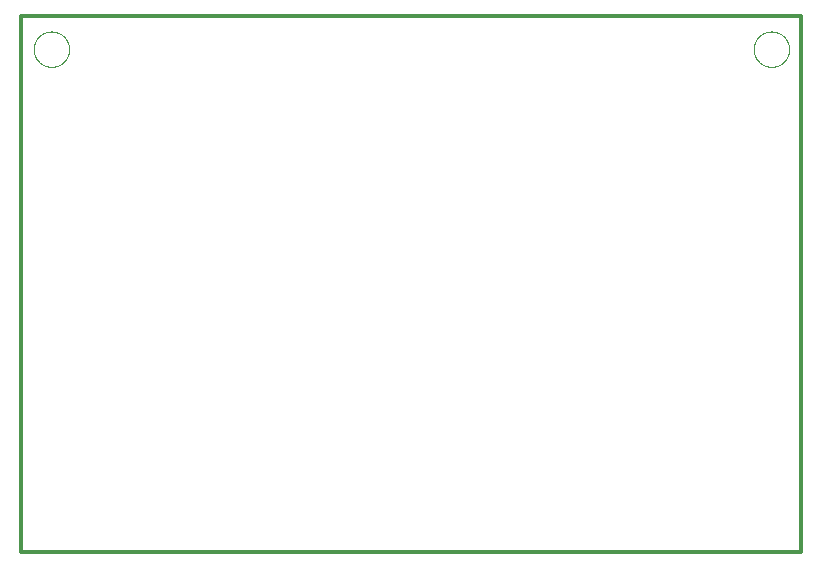
<source format=gko>
G04 EAGLE Gerber RS-274X export*
G75*
%MOMM*%
%FSLAX34Y34*%
%LPD*%
%INMill Layer*%
%IPPOS*%
%AMOC8*
5,1,8,0,0,1.08239X$1,22.5*%
G01*
%ADD10C,0.304800*%
%ADD11C,0.000000*%


D10*
X0Y0D02*
X660200Y0D01*
X660200Y453900D01*
X0Y453900D01*
X0Y0D01*
D11*
X10400Y425450D02*
X10405Y425818D01*
X10418Y426186D01*
X10441Y426553D01*
X10472Y426920D01*
X10513Y427286D01*
X10562Y427651D01*
X10621Y428014D01*
X10688Y428376D01*
X10764Y428737D01*
X10850Y429095D01*
X10943Y429451D01*
X11046Y429804D01*
X11157Y430155D01*
X11277Y430503D01*
X11405Y430848D01*
X11542Y431190D01*
X11687Y431529D01*
X11840Y431863D01*
X12002Y432194D01*
X12171Y432521D01*
X12349Y432843D01*
X12534Y433162D01*
X12727Y433475D01*
X12928Y433784D01*
X13136Y434087D01*
X13352Y434385D01*
X13575Y434678D01*
X13805Y434966D01*
X14042Y435248D01*
X14286Y435523D01*
X14536Y435793D01*
X14793Y436057D01*
X15057Y436314D01*
X15327Y436564D01*
X15602Y436808D01*
X15884Y437045D01*
X16172Y437275D01*
X16465Y437498D01*
X16763Y437714D01*
X17066Y437922D01*
X17375Y438123D01*
X17688Y438316D01*
X18007Y438501D01*
X18329Y438679D01*
X18656Y438848D01*
X18987Y439010D01*
X19321Y439163D01*
X19660Y439308D01*
X20002Y439445D01*
X20347Y439573D01*
X20695Y439693D01*
X21046Y439804D01*
X21399Y439907D01*
X21755Y440000D01*
X22113Y440086D01*
X22474Y440162D01*
X22836Y440229D01*
X23199Y440288D01*
X23564Y440337D01*
X23930Y440378D01*
X24297Y440409D01*
X24664Y440432D01*
X25032Y440445D01*
X25400Y440450D01*
X25768Y440445D01*
X26136Y440432D01*
X26503Y440409D01*
X26870Y440378D01*
X27236Y440337D01*
X27601Y440288D01*
X27964Y440229D01*
X28326Y440162D01*
X28687Y440086D01*
X29045Y440000D01*
X29401Y439907D01*
X29754Y439804D01*
X30105Y439693D01*
X30453Y439573D01*
X30798Y439445D01*
X31140Y439308D01*
X31479Y439163D01*
X31813Y439010D01*
X32144Y438848D01*
X32471Y438679D01*
X32793Y438501D01*
X33112Y438316D01*
X33425Y438123D01*
X33734Y437922D01*
X34037Y437714D01*
X34335Y437498D01*
X34628Y437275D01*
X34916Y437045D01*
X35198Y436808D01*
X35473Y436564D01*
X35743Y436314D01*
X36007Y436057D01*
X36264Y435793D01*
X36514Y435523D01*
X36758Y435248D01*
X36995Y434966D01*
X37225Y434678D01*
X37448Y434385D01*
X37664Y434087D01*
X37872Y433784D01*
X38073Y433475D01*
X38266Y433162D01*
X38451Y432843D01*
X38629Y432521D01*
X38798Y432194D01*
X38960Y431863D01*
X39113Y431529D01*
X39258Y431190D01*
X39395Y430848D01*
X39523Y430503D01*
X39643Y430155D01*
X39754Y429804D01*
X39857Y429451D01*
X39950Y429095D01*
X40036Y428737D01*
X40112Y428376D01*
X40179Y428014D01*
X40238Y427651D01*
X40287Y427286D01*
X40328Y426920D01*
X40359Y426553D01*
X40382Y426186D01*
X40395Y425818D01*
X40400Y425450D01*
X40395Y425082D01*
X40382Y424714D01*
X40359Y424347D01*
X40328Y423980D01*
X40287Y423614D01*
X40238Y423249D01*
X40179Y422886D01*
X40112Y422524D01*
X40036Y422163D01*
X39950Y421805D01*
X39857Y421449D01*
X39754Y421096D01*
X39643Y420745D01*
X39523Y420397D01*
X39395Y420052D01*
X39258Y419710D01*
X39113Y419371D01*
X38960Y419037D01*
X38798Y418706D01*
X38629Y418379D01*
X38451Y418057D01*
X38266Y417738D01*
X38073Y417425D01*
X37872Y417116D01*
X37664Y416813D01*
X37448Y416515D01*
X37225Y416222D01*
X36995Y415934D01*
X36758Y415652D01*
X36514Y415377D01*
X36264Y415107D01*
X36007Y414843D01*
X35743Y414586D01*
X35473Y414336D01*
X35198Y414092D01*
X34916Y413855D01*
X34628Y413625D01*
X34335Y413402D01*
X34037Y413186D01*
X33734Y412978D01*
X33425Y412777D01*
X33112Y412584D01*
X32793Y412399D01*
X32471Y412221D01*
X32144Y412052D01*
X31813Y411890D01*
X31479Y411737D01*
X31140Y411592D01*
X30798Y411455D01*
X30453Y411327D01*
X30105Y411207D01*
X29754Y411096D01*
X29401Y410993D01*
X29045Y410900D01*
X28687Y410814D01*
X28326Y410738D01*
X27964Y410671D01*
X27601Y410612D01*
X27236Y410563D01*
X26870Y410522D01*
X26503Y410491D01*
X26136Y410468D01*
X25768Y410455D01*
X25400Y410450D01*
X25032Y410455D01*
X24664Y410468D01*
X24297Y410491D01*
X23930Y410522D01*
X23564Y410563D01*
X23199Y410612D01*
X22836Y410671D01*
X22474Y410738D01*
X22113Y410814D01*
X21755Y410900D01*
X21399Y410993D01*
X21046Y411096D01*
X20695Y411207D01*
X20347Y411327D01*
X20002Y411455D01*
X19660Y411592D01*
X19321Y411737D01*
X18987Y411890D01*
X18656Y412052D01*
X18329Y412221D01*
X18007Y412399D01*
X17688Y412584D01*
X17375Y412777D01*
X17066Y412978D01*
X16763Y413186D01*
X16465Y413402D01*
X16172Y413625D01*
X15884Y413855D01*
X15602Y414092D01*
X15327Y414336D01*
X15057Y414586D01*
X14793Y414843D01*
X14536Y415107D01*
X14286Y415377D01*
X14042Y415652D01*
X13805Y415934D01*
X13575Y416222D01*
X13352Y416515D01*
X13136Y416813D01*
X12928Y417116D01*
X12727Y417425D01*
X12534Y417738D01*
X12349Y418057D01*
X12171Y418379D01*
X12002Y418706D01*
X11840Y419037D01*
X11687Y419371D01*
X11542Y419710D01*
X11405Y420052D01*
X11277Y420397D01*
X11157Y420745D01*
X11046Y421096D01*
X10943Y421449D01*
X10850Y421805D01*
X10764Y422163D01*
X10688Y422524D01*
X10621Y422886D01*
X10562Y423249D01*
X10513Y423614D01*
X10472Y423980D01*
X10441Y424347D01*
X10418Y424714D01*
X10405Y425082D01*
X10400Y425450D01*
X620000Y425450D02*
X620005Y425818D01*
X620018Y426186D01*
X620041Y426553D01*
X620072Y426920D01*
X620113Y427286D01*
X620162Y427651D01*
X620221Y428014D01*
X620288Y428376D01*
X620364Y428737D01*
X620450Y429095D01*
X620543Y429451D01*
X620646Y429804D01*
X620757Y430155D01*
X620877Y430503D01*
X621005Y430848D01*
X621142Y431190D01*
X621287Y431529D01*
X621440Y431863D01*
X621602Y432194D01*
X621771Y432521D01*
X621949Y432843D01*
X622134Y433162D01*
X622327Y433475D01*
X622528Y433784D01*
X622736Y434087D01*
X622952Y434385D01*
X623175Y434678D01*
X623405Y434966D01*
X623642Y435248D01*
X623886Y435523D01*
X624136Y435793D01*
X624393Y436057D01*
X624657Y436314D01*
X624927Y436564D01*
X625202Y436808D01*
X625484Y437045D01*
X625772Y437275D01*
X626065Y437498D01*
X626363Y437714D01*
X626666Y437922D01*
X626975Y438123D01*
X627288Y438316D01*
X627607Y438501D01*
X627929Y438679D01*
X628256Y438848D01*
X628587Y439010D01*
X628921Y439163D01*
X629260Y439308D01*
X629602Y439445D01*
X629947Y439573D01*
X630295Y439693D01*
X630646Y439804D01*
X630999Y439907D01*
X631355Y440000D01*
X631713Y440086D01*
X632074Y440162D01*
X632436Y440229D01*
X632799Y440288D01*
X633164Y440337D01*
X633530Y440378D01*
X633897Y440409D01*
X634264Y440432D01*
X634632Y440445D01*
X635000Y440450D01*
X635368Y440445D01*
X635736Y440432D01*
X636103Y440409D01*
X636470Y440378D01*
X636836Y440337D01*
X637201Y440288D01*
X637564Y440229D01*
X637926Y440162D01*
X638287Y440086D01*
X638645Y440000D01*
X639001Y439907D01*
X639354Y439804D01*
X639705Y439693D01*
X640053Y439573D01*
X640398Y439445D01*
X640740Y439308D01*
X641079Y439163D01*
X641413Y439010D01*
X641744Y438848D01*
X642071Y438679D01*
X642393Y438501D01*
X642712Y438316D01*
X643025Y438123D01*
X643334Y437922D01*
X643637Y437714D01*
X643935Y437498D01*
X644228Y437275D01*
X644516Y437045D01*
X644798Y436808D01*
X645073Y436564D01*
X645343Y436314D01*
X645607Y436057D01*
X645864Y435793D01*
X646114Y435523D01*
X646358Y435248D01*
X646595Y434966D01*
X646825Y434678D01*
X647048Y434385D01*
X647264Y434087D01*
X647472Y433784D01*
X647673Y433475D01*
X647866Y433162D01*
X648051Y432843D01*
X648229Y432521D01*
X648398Y432194D01*
X648560Y431863D01*
X648713Y431529D01*
X648858Y431190D01*
X648995Y430848D01*
X649123Y430503D01*
X649243Y430155D01*
X649354Y429804D01*
X649457Y429451D01*
X649550Y429095D01*
X649636Y428737D01*
X649712Y428376D01*
X649779Y428014D01*
X649838Y427651D01*
X649887Y427286D01*
X649928Y426920D01*
X649959Y426553D01*
X649982Y426186D01*
X649995Y425818D01*
X650000Y425450D01*
X649995Y425082D01*
X649982Y424714D01*
X649959Y424347D01*
X649928Y423980D01*
X649887Y423614D01*
X649838Y423249D01*
X649779Y422886D01*
X649712Y422524D01*
X649636Y422163D01*
X649550Y421805D01*
X649457Y421449D01*
X649354Y421096D01*
X649243Y420745D01*
X649123Y420397D01*
X648995Y420052D01*
X648858Y419710D01*
X648713Y419371D01*
X648560Y419037D01*
X648398Y418706D01*
X648229Y418379D01*
X648051Y418057D01*
X647866Y417738D01*
X647673Y417425D01*
X647472Y417116D01*
X647264Y416813D01*
X647048Y416515D01*
X646825Y416222D01*
X646595Y415934D01*
X646358Y415652D01*
X646114Y415377D01*
X645864Y415107D01*
X645607Y414843D01*
X645343Y414586D01*
X645073Y414336D01*
X644798Y414092D01*
X644516Y413855D01*
X644228Y413625D01*
X643935Y413402D01*
X643637Y413186D01*
X643334Y412978D01*
X643025Y412777D01*
X642712Y412584D01*
X642393Y412399D01*
X642071Y412221D01*
X641744Y412052D01*
X641413Y411890D01*
X641079Y411737D01*
X640740Y411592D01*
X640398Y411455D01*
X640053Y411327D01*
X639705Y411207D01*
X639354Y411096D01*
X639001Y410993D01*
X638645Y410900D01*
X638287Y410814D01*
X637926Y410738D01*
X637564Y410671D01*
X637201Y410612D01*
X636836Y410563D01*
X636470Y410522D01*
X636103Y410491D01*
X635736Y410468D01*
X635368Y410455D01*
X635000Y410450D01*
X634632Y410455D01*
X634264Y410468D01*
X633897Y410491D01*
X633530Y410522D01*
X633164Y410563D01*
X632799Y410612D01*
X632436Y410671D01*
X632074Y410738D01*
X631713Y410814D01*
X631355Y410900D01*
X630999Y410993D01*
X630646Y411096D01*
X630295Y411207D01*
X629947Y411327D01*
X629602Y411455D01*
X629260Y411592D01*
X628921Y411737D01*
X628587Y411890D01*
X628256Y412052D01*
X627929Y412221D01*
X627607Y412399D01*
X627288Y412584D01*
X626975Y412777D01*
X626666Y412978D01*
X626363Y413186D01*
X626065Y413402D01*
X625772Y413625D01*
X625484Y413855D01*
X625202Y414092D01*
X624927Y414336D01*
X624657Y414586D01*
X624393Y414843D01*
X624136Y415107D01*
X623886Y415377D01*
X623642Y415652D01*
X623405Y415934D01*
X623175Y416222D01*
X622952Y416515D01*
X622736Y416813D01*
X622528Y417116D01*
X622327Y417425D01*
X622134Y417738D01*
X621949Y418057D01*
X621771Y418379D01*
X621602Y418706D01*
X621440Y419037D01*
X621287Y419371D01*
X621142Y419710D01*
X621005Y420052D01*
X620877Y420397D01*
X620757Y420745D01*
X620646Y421096D01*
X620543Y421449D01*
X620450Y421805D01*
X620364Y422163D01*
X620288Y422524D01*
X620221Y422886D01*
X620162Y423249D01*
X620113Y423614D01*
X620072Y423980D01*
X620041Y424347D01*
X620018Y424714D01*
X620005Y425082D01*
X620000Y425450D01*
M02*

</source>
